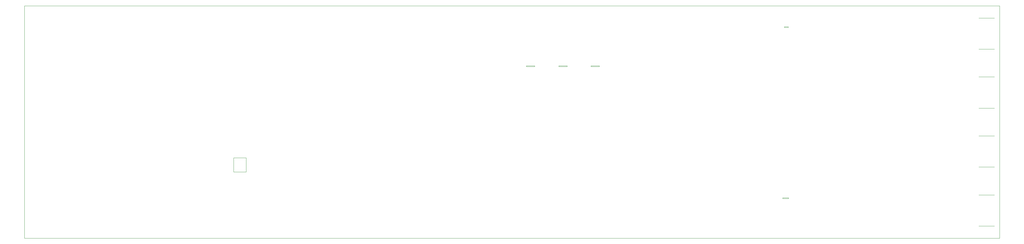
<source format=gtp>
*%FSLAX23Y23*%
*%MOIN*%
G01*
D11*
X4162Y5737D02*
X15879D01*
Y8532D02*
X4162D01*
Y5737D01*
X15879D02*
Y8532D01*
D26*
X13521Y7696D02*
D03*
X13481D02*
D03*
X13442D02*
D03*
X13403D02*
D03*
X13363Y7696D02*
D03*
X13324D02*
D03*
X13284D02*
D03*
X13245D02*
D03*
X13206D02*
D03*
X13166D02*
D03*
X13127D02*
D03*
X13088D02*
D03*
X13048D02*
D03*
X13009D02*
D03*
X12969D02*
D03*
X12930D02*
D03*
X12891D02*
D03*
X12851D02*
D03*
X12812D02*
D03*
X12773D02*
D03*
X12733D02*
D03*
X12694D02*
D03*
X12654D02*
D03*
X12615D02*
D03*
X13560Y7656D02*
D03*
X13521Y7656D02*
D03*
X13481D02*
D03*
X13442D02*
D03*
X13403D02*
D03*
X13363Y7656D02*
D03*
X13324D02*
D03*
X13284D02*
D03*
X13245D02*
D03*
X13206D02*
D03*
X13166D02*
D03*
X13127D02*
D03*
X13088D02*
D03*
X13048D02*
D03*
X13009D02*
D03*
X12969D02*
D03*
X12930D02*
D03*
X12891D02*
D03*
X12851D02*
D03*
X12812D02*
D03*
X12773D02*
D03*
X12733D02*
D03*
X12694D02*
D03*
X12654D02*
D03*
X12615D02*
D03*
X12576D02*
D03*
X13560Y7617D02*
D03*
X13521Y7617D02*
D03*
X13481D02*
D03*
X13442D02*
D03*
X13403D02*
D03*
X13363Y7617D02*
D03*
X13324D02*
D03*
X13284D02*
D03*
X13245D02*
D03*
X13206D02*
D03*
X13166D02*
D03*
X13127D02*
D03*
X13088D02*
D03*
X13048D02*
D03*
X13009D02*
D03*
X12969D02*
D03*
X12930D02*
D03*
X12891D02*
D03*
X12851D02*
D03*
X12812D02*
D03*
X12773D02*
D03*
X12733D02*
D03*
X12694D02*
D03*
X12654D02*
D03*
X12615D02*
D03*
X12576D02*
D03*
X13560Y7577D02*
D03*
X13521Y7577D02*
D03*
X13481D02*
D03*
X13442D02*
D03*
X13403D02*
D03*
X13363Y7577D02*
D03*
X13324D02*
D03*
X13284D02*
D03*
X13245D02*
D03*
X13206D02*
D03*
X13166D02*
D03*
X13127D02*
D03*
X13088D02*
D03*
X13048D02*
D03*
X13009D02*
D03*
X12969D02*
D03*
X12930D02*
D03*
X12891D02*
D03*
X12851D02*
D03*
X12812D02*
D03*
X12773D02*
D03*
X12733D02*
D03*
X12694D02*
D03*
X12654D02*
D03*
X12615D02*
D03*
X12576D02*
D03*
X13560Y7538D02*
D03*
X13521Y7538D02*
D03*
X13481D02*
D03*
X13442D02*
D03*
X13403D02*
D03*
X13363Y7538D02*
D03*
X13324D02*
D03*
X13284D02*
D03*
X13245D02*
D03*
X13206D02*
D03*
X13166D02*
D03*
X13127D02*
D03*
X13088D02*
D03*
X13048D02*
D03*
X13009D02*
D03*
X12969D02*
D03*
X12930D02*
D03*
X12891D02*
D03*
X12851D02*
D03*
X12812D02*
D03*
X12773D02*
D03*
X12733D02*
D03*
X12694D02*
D03*
X12654D02*
D03*
X12615D02*
D03*
X12576D02*
D03*
X13560Y7499D02*
D03*
X13521Y7499D02*
D03*
X13481D02*
D03*
X13442D02*
D03*
X13403D02*
D03*
X13363Y7499D02*
D03*
X13324D02*
D03*
X13284D02*
D03*
X13245D02*
D03*
X13206D02*
D03*
X13166D02*
D03*
X13127D02*
D03*
X13088D02*
D03*
X13048D02*
D03*
X13009D02*
D03*
X12969D02*
D03*
X12930D02*
D03*
X12891D02*
D03*
X12851D02*
D03*
X12733D02*
D03*
X12812D02*
D03*
X12773D02*
D03*
X12694D02*
D03*
X12654D02*
D03*
X12615D02*
D03*
X12576D02*
D03*
X13560Y7459D02*
D03*
X13521Y7459D02*
D03*
X13481D02*
D03*
X13442D02*
D03*
X13403D02*
D03*
X13363Y7459D02*
D03*
X13324D02*
D03*
X13284D02*
D03*
X13245D02*
D03*
X13206D02*
D03*
X13166D02*
D03*
X13127D02*
D03*
X13088D02*
D03*
X13048D02*
D03*
X13009D02*
D03*
X12969D02*
D03*
X12930D02*
D03*
X12891D02*
D03*
X12851D02*
D03*
X12812D02*
D03*
X12773D02*
D03*
X12733D02*
D03*
X12694D02*
D03*
X12654D02*
D03*
X12615D02*
D03*
X12576D02*
D03*
X13560Y7420D02*
D03*
X13521Y7420D02*
D03*
X13481D02*
D03*
X13442D02*
D03*
X13403D02*
D03*
X13363Y7420D02*
D03*
X13324D02*
D03*
X13284D02*
D03*
X13245D02*
D03*
X13206D02*
D03*
X13166D02*
D03*
X13127D02*
D03*
X13088D02*
D03*
X13048D02*
D03*
X13009D02*
D03*
X12969D02*
D03*
X12930D02*
D03*
X12891D02*
D03*
X12812D02*
D03*
X12851D02*
D03*
X12773D02*
D03*
X12733D02*
D03*
X12694D02*
D03*
X12654D02*
D03*
X12615D02*
D03*
X12576D02*
D03*
X13560Y7381D02*
D03*
X13521Y7381D02*
D03*
X13481D02*
D03*
X13442D02*
D03*
X13403D02*
D03*
X13363Y7381D02*
D03*
X13324D02*
D03*
X13284D02*
D03*
X13245D02*
D03*
X13206D02*
D03*
X13166D02*
D03*
X13127D02*
D03*
X13088D02*
D03*
X13048D02*
D03*
X13009D02*
D03*
X12969D02*
D03*
X12930D02*
D03*
X12891D02*
D03*
X12851D02*
D03*
X12812D02*
D03*
X12773D02*
D03*
X12733D02*
D03*
X12694D02*
D03*
X12654D02*
D03*
X12615D02*
D03*
X12576D02*
D03*
X13166Y7341D02*
D03*
X13127D02*
D03*
X13088D02*
D03*
X13048D02*
D03*
X13009D02*
D03*
X12969D02*
D03*
X12930D02*
D03*
X12891D02*
D03*
X12851D02*
D03*
X12812D02*
D03*
X12773D02*
D03*
X12733D02*
D03*
X12694D02*
D03*
X12654D02*
D03*
X12615D02*
D03*
X12576D02*
D03*
X13560D02*
D03*
X13521Y7341D02*
D03*
X13481D02*
D03*
X13403D02*
D03*
X13442D02*
D03*
X13363Y7341D02*
D03*
X13324D02*
D03*
X13284D02*
D03*
X13245D02*
D03*
X13206D02*
D03*
X13560Y7302D02*
D03*
X13521Y7302D02*
D03*
X13481D02*
D03*
X13442D02*
D03*
X13403D02*
D03*
X13363Y7302D02*
D03*
X13324D02*
D03*
X13284D02*
D03*
X13245D02*
D03*
X13206D02*
D03*
X13166D02*
D03*
X13127D02*
D03*
X13088D02*
D03*
X13048D02*
D03*
X13009D02*
D03*
X12969D02*
D03*
X12930D02*
D03*
X12891D02*
D03*
X12851D02*
D03*
X12812D02*
D03*
X12773D02*
D03*
X12733D02*
D03*
X12694D02*
D03*
X12654D02*
D03*
X12615D02*
D03*
X12576D02*
D03*
Y7262D02*
D03*
X12615D02*
D03*
X12654D02*
D03*
X12694D02*
D03*
X12733D02*
D03*
X12773D02*
D03*
X12812D02*
D03*
X12851D02*
D03*
X12891D02*
D03*
X12930D02*
D03*
X12969D02*
D03*
X13009D02*
D03*
X13048D02*
D03*
X13088D02*
D03*
X13127D02*
D03*
X13166D02*
D03*
X13206D02*
D03*
X13245D02*
D03*
X13284D02*
D03*
X13324D02*
D03*
X13363D02*
D03*
X13403Y7262D02*
D03*
X13442D02*
D03*
X13481D02*
D03*
X13560Y7262D02*
D03*
X13521Y7262D02*
D03*
X13560Y7223D02*
D03*
X13521Y7223D02*
D03*
X13481D02*
D03*
X13442D02*
D03*
X13403D02*
D03*
X13363Y7223D02*
D03*
X13324D02*
D03*
X13284D02*
D03*
X13245D02*
D03*
X13206D02*
D03*
X13166D02*
D03*
X13127D02*
D03*
X13088D02*
D03*
X13048D02*
D03*
X13009D02*
D03*
X12969D02*
D03*
X12930D02*
D03*
X12891D02*
D03*
X12851D02*
D03*
X12812D02*
D03*
X12773D02*
D03*
X12733D02*
D03*
X12694D02*
D03*
X12654D02*
D03*
X12615D02*
D03*
X12576D02*
D03*
Y7184D02*
D03*
X12615D02*
D03*
X12654D02*
D03*
X12694D02*
D03*
X12733D02*
D03*
X12773D02*
D03*
X12812D02*
D03*
X12851D02*
D03*
X12891D02*
D03*
X12930D02*
D03*
X12969D02*
D03*
X13009D02*
D03*
X13048D02*
D03*
X13088D02*
D03*
X13127D02*
D03*
X13166D02*
D03*
X13206D02*
D03*
X13245D02*
D03*
X13284D02*
D03*
X13324D02*
D03*
X13363D02*
D03*
X13403Y7184D02*
D03*
X13442D02*
D03*
X13481D02*
D03*
X13521D02*
D03*
X13560Y7184D02*
D03*
Y7144D02*
D03*
X13521Y7144D02*
D03*
X13481D02*
D03*
X13442D02*
D03*
X13403D02*
D03*
X13363Y7144D02*
D03*
X13324D02*
D03*
X13284D02*
D03*
X13245D02*
D03*
X13206D02*
D03*
X13166D02*
D03*
X13127D02*
D03*
X13088D02*
D03*
X13048D02*
D03*
X13009D02*
D03*
X12969D02*
D03*
X12930D02*
D03*
X12891D02*
D03*
X12851D02*
D03*
X12812D02*
D03*
X12773D02*
D03*
X12733D02*
D03*
X12694D02*
D03*
X12654D02*
D03*
X12615D02*
D03*
X12576D02*
D03*
Y7105D02*
D03*
X12615D02*
D03*
X12654D02*
D03*
X12694D02*
D03*
X12733D02*
D03*
X12773D02*
D03*
X12812D02*
D03*
X12851D02*
D03*
X12891D02*
D03*
X12930D02*
D03*
X13009D02*
D03*
X13048D02*
D03*
X13088D02*
D03*
X13127D02*
D03*
X13166D02*
D03*
X13206D02*
D03*
X13245D02*
D03*
X13284D02*
D03*
X13324D02*
D03*
X13363D02*
D03*
X13403Y7105D02*
D03*
X13442D02*
D03*
X13481D02*
D03*
X13521D02*
D03*
X13560Y7105D02*
D03*
Y7066D02*
D03*
X13521Y7066D02*
D03*
X13481D02*
D03*
X13442D02*
D03*
X13403D02*
D03*
X13363Y7066D02*
D03*
X13324D02*
D03*
X13284D02*
D03*
X13245D02*
D03*
X13206D02*
D03*
X13166D02*
D03*
X13127D02*
D03*
X13088D02*
D03*
X13048D02*
D03*
X13009D02*
D03*
X12969D02*
D03*
X12930D02*
D03*
X12891D02*
D03*
X12851D02*
D03*
X12812D02*
D03*
X12773D02*
D03*
X12733D02*
D03*
X12694D02*
D03*
X12654D02*
D03*
X12615D02*
D03*
X12576D02*
D03*
Y7026D02*
D03*
X12615D02*
D03*
X12654D02*
D03*
X12694D02*
D03*
X12733D02*
D03*
X12773D02*
D03*
X12812D02*
D03*
X12851D02*
D03*
X12891D02*
D03*
X12930D02*
D03*
X12969D02*
D03*
X13009D02*
D03*
X13048D02*
D03*
X13088D02*
D03*
X13127D02*
D03*
X13166D02*
D03*
X13206D02*
D03*
X13245D02*
D03*
X13284D02*
D03*
X13324D02*
D03*
X13363D02*
D03*
X13403Y7026D02*
D03*
X13442D02*
D03*
X13481D02*
D03*
X13521D02*
D03*
X13560Y7026D02*
D03*
Y6987D02*
D03*
X13521Y6987D02*
D03*
X13481D02*
D03*
X13442D02*
D03*
X13403D02*
D03*
X13363Y6987D02*
D03*
X13324D02*
D03*
X13284D02*
D03*
X13245D02*
D03*
X13206D02*
D03*
X13166D02*
D03*
X13127D02*
D03*
X13088D02*
D03*
X13048D02*
D03*
X13009D02*
D03*
X12969D02*
D03*
X12930D02*
D03*
X12891D02*
D03*
X12851D02*
D03*
X12812D02*
D03*
X12773D02*
D03*
X12733D02*
D03*
X12694D02*
D03*
X12654D02*
D03*
X12615D02*
D03*
X12576D02*
D03*
Y6947D02*
D03*
X12615D02*
D03*
X12654D02*
D03*
X12694D02*
D03*
X12733D02*
D03*
X12773D02*
D03*
X12812D02*
D03*
X12851D02*
D03*
X12891D02*
D03*
X12930D02*
D03*
X12969D02*
D03*
X13009D02*
D03*
X13048D02*
D03*
X13088D02*
D03*
X13127D02*
D03*
X13166D02*
D03*
X13560D02*
D03*
X13521Y6947D02*
D03*
X13481D02*
D03*
X13442D02*
D03*
X13403D02*
D03*
X13363Y6947D02*
D03*
X13324D02*
D03*
X13284D02*
D03*
X13245D02*
D03*
X13206D02*
D03*
X13560Y6908D02*
D03*
X13521Y6908D02*
D03*
X13481D02*
D03*
X13442D02*
D03*
X13403D02*
D03*
X13363Y6908D02*
D03*
X13324D02*
D03*
X13284D02*
D03*
X13245D02*
D03*
X13206D02*
D03*
X13166D02*
D03*
X13127D02*
D03*
X13088D02*
D03*
X13048D02*
D03*
X13009D02*
D03*
X12969D02*
D03*
X12930D02*
D03*
X12891D02*
D03*
X12851D02*
D03*
X12812D02*
D03*
X12773D02*
D03*
X12733D02*
D03*
X12694D02*
D03*
X12654D02*
D03*
X12615D02*
D03*
X12576D02*
D03*
Y6869D02*
D03*
X12615D02*
D03*
X12654D02*
D03*
X12694D02*
D03*
X12733D02*
D03*
X12773D02*
D03*
X12812D02*
D03*
X12851D02*
D03*
X12891D02*
D03*
X12930D02*
D03*
X12969D02*
D03*
X13009D02*
D03*
X13048D02*
D03*
X13088D02*
D03*
X13127D02*
D03*
X13166D02*
D03*
X13206D02*
D03*
X13245D02*
D03*
X13284D02*
D03*
X13324D02*
D03*
X13363D02*
D03*
X13403Y6869D02*
D03*
X13442D02*
D03*
X13481D02*
D03*
X13560Y6869D02*
D03*
X13521Y6869D02*
D03*
X13560Y6829D02*
D03*
X13521Y6829D02*
D03*
X13481D02*
D03*
X13442D02*
D03*
X13403D02*
D03*
X13363Y6829D02*
D03*
X13324D02*
D03*
X13284D02*
D03*
X13245D02*
D03*
X13206D02*
D03*
X13166D02*
D03*
X13127D02*
D03*
X13088D02*
D03*
X13048D02*
D03*
X13009D02*
D03*
X12969D02*
D03*
X12930D02*
D03*
X12891D02*
D03*
X12851D02*
D03*
X12812D02*
D03*
X12773D02*
D03*
X12733D02*
D03*
X12694D02*
D03*
X12654D02*
D03*
X12615D02*
D03*
X12576D02*
D03*
Y6790D02*
D03*
X12615D02*
D03*
X12654D02*
D03*
X12694D02*
D03*
X12733D02*
D03*
X12773D02*
D03*
X12812D02*
D03*
X12851D02*
D03*
X12891D02*
D03*
X12930D02*
D03*
X12969D02*
D03*
X13009D02*
D03*
X13048D02*
D03*
X13088D02*
D03*
X13127D02*
D03*
X13166D02*
D03*
X13206D02*
D03*
X13245D02*
D03*
X13284D02*
D03*
X13324D02*
D03*
X13363D02*
D03*
X13403Y6790D02*
D03*
X13442D02*
D03*
X13481D02*
D03*
X13521D02*
D03*
X13560Y6790D02*
D03*
Y6751D02*
D03*
X13521Y6751D02*
D03*
X13481D02*
D03*
X13442D02*
D03*
X13403D02*
D03*
X13363Y6751D02*
D03*
X13324D02*
D03*
X13284D02*
D03*
X13245D02*
D03*
X13206D02*
D03*
X13166D02*
D03*
X13127D02*
D03*
X13088D02*
D03*
X13048D02*
D03*
X13009D02*
D03*
X12969D02*
D03*
X12930D02*
D03*
X12891D02*
D03*
X12851D02*
D03*
X12812D02*
D03*
X12773D02*
D03*
X12733D02*
D03*
X12694D02*
D03*
X12654D02*
D03*
X12615D02*
D03*
X12576D02*
D03*
X12615Y6711D02*
D03*
X12654D02*
D03*
X12694D02*
D03*
X12733D02*
D03*
X12773D02*
D03*
X12812D02*
D03*
X12851D02*
D03*
X12891D02*
D03*
X12930D02*
D03*
X12969D02*
D03*
X13009D02*
D03*
X13048D02*
D03*
X13088D02*
D03*
X13127D02*
D03*
X13166D02*
D03*
X13206D02*
D03*
X13245D02*
D03*
X13284D02*
D03*
X13324D02*
D03*
X13363D02*
D03*
X13403Y6711D02*
D03*
X12969Y7105D02*
D03*
X13442Y6711D02*
D03*
X13481D02*
D03*
X13521D02*
D03*
X12576Y7696D02*
D03*
X12536D02*
D03*
X12497D02*
D03*
X12458D02*
D03*
X12536Y7656D02*
D03*
X12497D02*
D03*
X12458D02*
D03*
X12418D02*
D03*
X13560Y6711D02*
D03*
Y6672D02*
D03*
Y6633D02*
D03*
Y6593D02*
D03*
X13521Y6672D02*
D03*
Y6633D02*
D03*
Y6593D02*
D03*
Y6554D02*
D03*
X13481Y6672D02*
D03*
Y6633D02*
D03*
Y6593D02*
D03*
Y6554D02*
D03*
X13442Y6672D02*
D03*
Y6633D02*
D03*
Y6593D02*
D03*
Y6554D02*
D03*
X13403Y6672D02*
D03*
Y6633D02*
D03*
Y6593D02*
D03*
Y6554D02*
D03*
X13363Y6672D02*
D03*
Y6633D02*
D03*
Y6593D02*
D03*
Y6554D02*
D03*
X13324Y6672D02*
D03*
Y6633D02*
D03*
Y6593D02*
D03*
Y6554D02*
D03*
X13284Y6672D02*
D03*
Y6633D02*
D03*
Y6593D02*
D03*
Y6554D02*
D03*
X13245Y6672D02*
D03*
Y6633D02*
D03*
Y6593D02*
D03*
Y6554D02*
D03*
X13206Y6672D02*
D03*
Y6633D02*
D03*
Y6593D02*
D03*
Y6554D02*
D03*
X13166Y6672D02*
D03*
Y6633D02*
D03*
Y6593D02*
D03*
Y6554D02*
D03*
X13127Y6672D02*
D03*
Y6633D02*
D03*
Y6593D02*
D03*
Y6554D02*
D03*
X13088Y6672D02*
D03*
Y6633D02*
D03*
Y6593D02*
D03*
Y6554D02*
D03*
X13048Y6672D02*
D03*
Y6633D02*
D03*
Y6593D02*
D03*
Y6554D02*
D03*
X13009Y6672D02*
D03*
Y6593D02*
D03*
Y6554D02*
D03*
X12969Y6672D02*
D03*
X13009Y6633D02*
D03*
X12969D02*
D03*
Y6593D02*
D03*
Y6554D02*
D03*
X12930Y6672D02*
D03*
Y6633D02*
D03*
Y6593D02*
D03*
Y6554D02*
D03*
X12891Y6672D02*
D03*
Y6633D02*
D03*
Y6593D02*
D03*
Y6554D02*
D03*
X12851Y6672D02*
D03*
Y6633D02*
D03*
Y6593D02*
D03*
Y6554D02*
D03*
X12812Y6672D02*
D03*
Y6633D02*
D03*
Y6593D02*
D03*
Y6554D02*
D03*
X12773Y6672D02*
D03*
Y6633D02*
D03*
Y6593D02*
D03*
Y6554D02*
D03*
X12733Y6672D02*
D03*
Y6633D02*
D03*
Y6593D02*
D03*
Y6554D02*
D03*
X12694Y6672D02*
D03*
Y6633D02*
D03*
Y6593D02*
D03*
Y6554D02*
D03*
X12654Y6672D02*
D03*
Y6633D02*
D03*
Y6593D02*
D03*
Y6554D02*
D03*
X12615Y6672D02*
D03*
Y6633D02*
D03*
Y6593D02*
D03*
Y6554D02*
D03*
X12576Y6672D02*
D03*
Y6633D02*
D03*
Y6593D02*
D03*
Y6554D02*
D03*
X12536Y6672D02*
D03*
Y6633D02*
D03*
Y6593D02*
D03*
Y6554D02*
D03*
X12497Y6672D02*
D03*
Y6633D02*
D03*
Y6593D02*
D03*
Y6554D02*
D03*
X12458Y6672D02*
D03*
Y6633D02*
D03*
Y6593D02*
D03*
Y6554D02*
D03*
X12418Y6672D02*
D03*
Y6633D02*
D03*
Y6593D02*
D03*
X12536Y7617D02*
D03*
Y7577D02*
D03*
Y7538D02*
D03*
Y7499D02*
D03*
Y7459D02*
D03*
Y7420D02*
D03*
Y7381D02*
D03*
Y7341D02*
D03*
Y7302D02*
D03*
X12497Y7617D02*
D03*
Y7577D02*
D03*
Y7538D02*
D03*
Y7499D02*
D03*
Y7459D02*
D03*
Y7420D02*
D03*
Y7381D02*
D03*
Y7341D02*
D03*
Y7302D02*
D03*
X12458Y7617D02*
D03*
Y7577D02*
D03*
Y7538D02*
D03*
Y7499D02*
D03*
Y7459D02*
D03*
Y7420D02*
D03*
Y7381D02*
D03*
Y7341D02*
D03*
Y7302D02*
D03*
X12418Y7617D02*
D03*
Y7577D02*
D03*
Y7538D02*
D03*
Y7499D02*
D03*
Y7459D02*
D03*
Y7420D02*
D03*
Y7381D02*
D03*
Y7341D02*
D03*
Y7302D02*
D03*
X12536Y7262D02*
D03*
X12497D02*
D03*
X12458D02*
D03*
X12418D02*
D03*
X12536Y7223D02*
D03*
X12497D02*
D03*
X12458D02*
D03*
X12418D02*
D03*
X12536Y7184D02*
D03*
X12497D02*
D03*
X12458D02*
D03*
X12418D02*
D03*
X12536Y7144D02*
D03*
X12497D02*
D03*
X12458D02*
D03*
X12418D02*
D03*
X12497Y7105D02*
D03*
X12536D02*
D03*
X12458D02*
D03*
X12418D02*
D03*
X12536Y7066D02*
D03*
X12497D02*
D03*
X12458D02*
D03*
X12418D02*
D03*
X12536Y7026D02*
D03*
X12497D02*
D03*
X12458D02*
D03*
X12418D02*
D03*
X12536Y6987D02*
D03*
X12497D02*
D03*
X12458D02*
D03*
X12418D02*
D03*
X12536Y6947D02*
D03*
X12497D02*
D03*
X12458D02*
D03*
X12418D02*
D03*
X12536Y6908D02*
D03*
X12497D02*
D03*
X12458D02*
D03*
X12418D02*
D03*
X12536Y6869D02*
D03*
X12497D02*
D03*
X12458D02*
D03*
X12418D02*
D03*
X12536Y6829D02*
D03*
X12497D02*
D03*
X12458D02*
D03*
X12418D02*
D03*
X12536Y6790D02*
D03*
X12497D02*
D03*
X12458D02*
D03*
X12418D02*
D03*
X12536Y6751D02*
D03*
X12497D02*
D03*
X12458D02*
D03*
X12418D02*
D03*
X12576Y6711D02*
D03*
X12536D02*
D03*
X12497D02*
D03*
X12458D02*
D03*
X12418D02*
D03*
X12737Y8377D02*
D03*
Y8337D02*
D03*
Y8298D02*
D03*
Y8258D02*
D03*
Y8219D02*
D03*
Y8180D02*
D03*
Y8140D02*
D03*
Y8101D02*
D03*
Y8022D02*
D03*
Y7983D02*
D03*
X12698Y8377D02*
D03*
Y8337D02*
D03*
Y8298D02*
D03*
Y8258D02*
D03*
Y8219D02*
D03*
Y8180D02*
D03*
Y8140D02*
D03*
Y8101D02*
D03*
Y8062D02*
D03*
Y7983D02*
D03*
X12737Y8062D02*
D03*
X12658Y8377D02*
D03*
Y8337D02*
D03*
Y8298D02*
D03*
Y8258D02*
D03*
Y8219D02*
D03*
Y8180D02*
D03*
Y8140D02*
D03*
Y8101D02*
D03*
Y8062D02*
D03*
Y8022D02*
D03*
Y7983D02*
D03*
X12698Y8022D02*
D03*
X12619Y7983D02*
D03*
Y8022D02*
D03*
Y8062D02*
D03*
Y8101D02*
D03*
Y8140D02*
D03*
Y8180D02*
D03*
Y8219D02*
D03*
Y8258D02*
D03*
Y8298D02*
D03*
Y8337D02*
D03*
Y8377D02*
D03*
X12580D02*
D03*
Y8337D02*
D03*
Y8298D02*
D03*
Y8258D02*
D03*
Y8219D02*
D03*
Y8180D02*
D03*
Y8140D02*
D03*
Y8101D02*
D03*
Y8062D02*
D03*
Y8022D02*
D03*
Y7983D02*
D03*
X12540Y7983D02*
D03*
Y8022D02*
D03*
Y8062D02*
D03*
Y8101D02*
D03*
Y8140D02*
D03*
Y8180D02*
D03*
Y8219D02*
D03*
Y8258D02*
D03*
Y8298D02*
D03*
Y8337D02*
D03*
Y8377D02*
D03*
X12501D02*
D03*
Y8337D02*
D03*
Y8298D02*
D03*
Y8258D02*
D03*
Y8219D02*
D03*
Y8180D02*
D03*
Y8140D02*
D03*
Y8101D02*
D03*
Y8062D02*
D03*
Y8022D02*
D03*
Y7983D02*
D03*
X12462D02*
D03*
Y8022D02*
D03*
Y8062D02*
D03*
Y8101D02*
D03*
Y8140D02*
D03*
Y8180D02*
D03*
Y8219D02*
D03*
Y8258D02*
D03*
Y8298D02*
D03*
Y8337D02*
D03*
Y8377D02*
D03*
X12422D02*
D03*
Y8337D02*
D03*
Y8298D02*
D03*
Y8258D02*
D03*
Y8219D02*
D03*
Y8180D02*
D03*
Y8140D02*
D03*
Y8101D02*
D03*
Y8062D02*
D03*
Y8022D02*
D03*
Y7983D02*
D03*
X12383D02*
D03*
X12343D02*
D03*
X12304D02*
D03*
X12265D02*
D03*
X12225D02*
D03*
X12186D02*
D03*
Y8022D02*
D03*
X12225D02*
D03*
X12265D02*
D03*
X12304D02*
D03*
X12343D02*
D03*
X12383D02*
D03*
Y8062D02*
D03*
X12343D02*
D03*
X12304D02*
D03*
X12265D02*
D03*
X12225D02*
D03*
X12186D02*
D03*
Y8101D02*
D03*
X12225D02*
D03*
X12265D02*
D03*
X12304D02*
D03*
X12343D02*
D03*
X12383Y8140D02*
D03*
X12343D02*
D03*
X12304D02*
D03*
X12265D02*
D03*
X12225D02*
D03*
X12186D02*
D03*
Y8180D02*
D03*
X12225D02*
D03*
X12265D02*
D03*
X12304D02*
D03*
X12343D02*
D03*
X12383D02*
D03*
Y8219D02*
D03*
X12343D02*
D03*
X12304D02*
D03*
X12265D02*
D03*
X12225D02*
D03*
X12186D02*
D03*
Y8258D02*
D03*
X12225D02*
D03*
X12265D02*
D03*
X12304D02*
D03*
X12343D02*
D03*
X12383D02*
D03*
Y8298D02*
D03*
X12343D02*
D03*
X12304D02*
D03*
X12265D02*
D03*
X12225D02*
D03*
X12186D02*
D03*
Y8337D02*
D03*
X12225D02*
D03*
X12265D02*
D03*
X12304D02*
D03*
X12343D02*
D03*
X12383D02*
D03*
Y8377D02*
D03*
X12343D02*
D03*
X12304D02*
D03*
X12265D02*
D03*
X12225D02*
D03*
X12186D02*
D03*
X12383Y8101D02*
D03*
X11993Y8381D02*
D03*
Y8341D02*
D03*
Y8302D02*
D03*
Y8262D02*
D03*
Y8223D02*
D03*
Y8184D02*
D03*
Y8144D02*
D03*
Y8105D02*
D03*
Y8026D02*
D03*
Y7987D02*
D03*
X11954Y8381D02*
D03*
Y8341D02*
D03*
Y8302D02*
D03*
Y8262D02*
D03*
Y8223D02*
D03*
Y8184D02*
D03*
Y8144D02*
D03*
Y8105D02*
D03*
Y8066D02*
D03*
Y7987D02*
D03*
X11993Y8066D02*
D03*
X11914Y8381D02*
D03*
Y8341D02*
D03*
Y8302D02*
D03*
Y8262D02*
D03*
Y8223D02*
D03*
Y8184D02*
D03*
Y8144D02*
D03*
Y8105D02*
D03*
Y8066D02*
D03*
Y8026D02*
D03*
Y7987D02*
D03*
X11954Y8026D02*
D03*
X11875Y7987D02*
D03*
Y8026D02*
D03*
Y8066D02*
D03*
Y8105D02*
D03*
Y8144D02*
D03*
Y8184D02*
D03*
Y8223D02*
D03*
Y8262D02*
D03*
Y8302D02*
D03*
Y8341D02*
D03*
Y8381D02*
D03*
X11836D02*
D03*
Y8341D02*
D03*
Y8302D02*
D03*
Y8262D02*
D03*
Y8223D02*
D03*
Y8184D02*
D03*
Y8144D02*
D03*
Y8105D02*
D03*
Y8066D02*
D03*
Y8026D02*
D03*
Y7987D02*
D03*
X11796Y7987D02*
D03*
Y8026D02*
D03*
Y8066D02*
D03*
Y8105D02*
D03*
Y8144D02*
D03*
Y8184D02*
D03*
Y8223D02*
D03*
Y8262D02*
D03*
Y8302D02*
D03*
Y8341D02*
D03*
Y8381D02*
D03*
X11757D02*
D03*
Y8341D02*
D03*
Y8302D02*
D03*
Y8262D02*
D03*
Y8223D02*
D03*
Y8184D02*
D03*
Y8144D02*
D03*
Y8105D02*
D03*
Y8066D02*
D03*
Y8026D02*
D03*
Y7987D02*
D03*
X11717D02*
D03*
Y8026D02*
D03*
Y8066D02*
D03*
Y8105D02*
D03*
Y8144D02*
D03*
Y8184D02*
D03*
Y8223D02*
D03*
Y8262D02*
D03*
Y8302D02*
D03*
Y8341D02*
D03*
Y8381D02*
D03*
X11678D02*
D03*
Y8341D02*
D03*
Y8302D02*
D03*
Y8262D02*
D03*
Y8223D02*
D03*
Y8184D02*
D03*
Y8144D02*
D03*
Y8105D02*
D03*
Y8066D02*
D03*
Y8026D02*
D03*
Y7987D02*
D03*
X11639D02*
D03*
X11599D02*
D03*
X11560D02*
D03*
X11521D02*
D03*
X11481D02*
D03*
X11442D02*
D03*
Y8026D02*
D03*
X11481D02*
D03*
X11521D02*
D03*
X11560D02*
D03*
X11599D02*
D03*
X11639D02*
D03*
Y8066D02*
D03*
X11599D02*
D03*
X11560D02*
D03*
X11521D02*
D03*
X11481D02*
D03*
X11442D02*
D03*
Y8105D02*
D03*
X11481D02*
D03*
X11521D02*
D03*
X11560D02*
D03*
X11599D02*
D03*
X11639Y8144D02*
D03*
X11599D02*
D03*
X11560D02*
D03*
X11521D02*
D03*
X11481D02*
D03*
X11442D02*
D03*
Y8184D02*
D03*
X11481D02*
D03*
X11521D02*
D03*
X11560D02*
D03*
X11599D02*
D03*
X11639D02*
D03*
Y8223D02*
D03*
X11599D02*
D03*
X11560D02*
D03*
X11521D02*
D03*
X11481D02*
D03*
X11442D02*
D03*
Y8262D02*
D03*
X11481D02*
D03*
X11521D02*
D03*
X11560D02*
D03*
X11599D02*
D03*
X11639D02*
D03*
Y8302D02*
D03*
X11599D02*
D03*
X11560D02*
D03*
X11521D02*
D03*
X11481D02*
D03*
X11442D02*
D03*
Y8341D02*
D03*
X11481D02*
D03*
X11521D02*
D03*
X11560D02*
D03*
X11599D02*
D03*
X11639D02*
D03*
Y8381D02*
D03*
X11599D02*
D03*
X11560D02*
D03*
X11521D02*
D03*
X11481D02*
D03*
X11442D02*
D03*
X11639Y8105D02*
D03*
D67*
X14556Y8173D02*
D03*
Y7463D02*
D03*
Y6755D02*
D03*
Y6046D02*
D03*
X11387Y7396D02*
D03*
Y6904D02*
D03*
X10013Y6643D02*
D03*
D91*
X9322Y6122D02*
D03*
X9354D02*
D03*
X9385D02*
D03*
X9417D02*
D03*
X9448D02*
D03*
X9480D02*
D03*
X9511D02*
D03*
X9543D02*
D03*
X9541Y6457D02*
D03*
X9509D02*
D03*
X9478D02*
D03*
X9446D02*
D03*
X9415D02*
D03*
X9383D02*
D03*
X9352D02*
D03*
X9320D02*
D03*
D92*
X11086Y7189D02*
D03*
X11112D02*
D03*
X11137D02*
D03*
X11163D02*
D03*
X11188D02*
D03*
X11214D02*
D03*
X11240D02*
D03*
X11265D02*
D03*
Y7441D02*
D03*
X11240D02*
D03*
X11214D02*
D03*
X11188D02*
D03*
X11163D02*
D03*
X11137D02*
D03*
X11112D02*
D03*
X11086D02*
D03*
Y6711D02*
D03*
X11112D02*
D03*
X11137D02*
D03*
X11163D02*
D03*
X11188D02*
D03*
X11214D02*
D03*
X11240D02*
D03*
X11265D02*
D03*
Y6963D02*
D03*
X11240D02*
D03*
X11214D02*
D03*
X11188D02*
D03*
X11163D02*
D03*
X11137D02*
D03*
X11112D02*
D03*
X11086D02*
D03*
D95*
X10190Y7035D02*
D03*
X10150D02*
D03*
X10111D02*
D03*
X10072D02*
D03*
X10032D02*
D03*
X9993D02*
D03*
X9953D02*
D03*
X9914D02*
D03*
X9875D02*
D03*
X9835D02*
D03*
X9796D02*
D03*
X9757D02*
D03*
X9717D02*
D03*
X9678D02*
D03*
X10229D02*
D03*
X9638D02*
D03*
X9599D02*
D03*
X9560D02*
D03*
X9521D02*
D03*
X9481D02*
D03*
X9442D02*
D03*
X9403D02*
D03*
X9363D02*
D03*
X9324D02*
D03*
X9284D02*
D03*
X9245D02*
D03*
X9206D02*
D03*
X9166D02*
D03*
X9127D02*
D03*
X9088D02*
D03*
D102*
X15116Y8458D02*
D03*
X15186D02*
D03*
X15306D02*
D03*
X15236D02*
D03*
X14861Y8108D02*
D03*
X14931D02*
D03*
Y8018D02*
D03*
X14861D02*
D03*
X14931Y7958D02*
D03*
X14861D02*
D03*
X14861Y8278D02*
D03*
X14931D02*
D03*
X14861Y8188D02*
D03*
X14931D02*
D03*
X15251Y8018D02*
D03*
X15181D02*
D03*
X14861Y8338D02*
D03*
X14931D02*
D03*
Y7628D02*
D03*
X14861D02*
D03*
X15181Y7308D02*
D03*
X15251D02*
D03*
X14931Y7478D02*
D03*
X14861D02*
D03*
X14931Y7568D02*
D03*
X14861D02*
D03*
X14861Y7248D02*
D03*
X14931D02*
D03*
X14861Y7308D02*
D03*
X14931D02*
D03*
Y7398D02*
D03*
X14861D02*
D03*
X15236Y7748D02*
D03*
X15306D02*
D03*
X15186D02*
D03*
X15116D02*
D03*
X14861Y6920D02*
D03*
X14931D02*
D03*
X14861Y6860D02*
D03*
X14931D02*
D03*
X15306Y7040D02*
D03*
X15236D02*
D03*
X15116D02*
D03*
X15186D02*
D03*
X15251Y6600D02*
D03*
X15181D02*
D03*
X14861Y6770D02*
D03*
X14931D02*
D03*
Y6536D02*
D03*
X14861D02*
D03*
X14931Y6600D02*
D03*
X14861D02*
D03*
Y6690D02*
D03*
X14931D02*
D03*
X14861Y6211D02*
D03*
X14931D02*
D03*
X15251Y5891D02*
D03*
X15181D02*
D03*
X14861Y6061D02*
D03*
X14931D02*
D03*
X14861Y6151D02*
D03*
X14931D02*
D03*
Y5831D02*
D03*
X14861D02*
D03*
X14931Y5891D02*
D03*
X14861D02*
D03*
Y5981D02*
D03*
X14931D02*
D03*
X15306Y6331D02*
D03*
X15236D02*
D03*
X15116D02*
D03*
X15186D02*
D03*
X14521Y8448D02*
D03*
X14591D02*
D03*
X14576Y7958D02*
D03*
X14646D02*
D03*
Y7248D02*
D03*
X14576D02*
D03*
X14591Y7738D02*
D03*
X14521D02*
D03*
Y7030D02*
D03*
X14591D02*
D03*
X13493Y6463D02*
D03*
X13563D02*
D03*
X14576Y6540D02*
D03*
X14646D02*
D03*
X14576Y5831D02*
D03*
X14646D02*
D03*
X14521Y6321D02*
D03*
X14591D02*
D03*
X12517Y7849D02*
D03*
X12580D02*
D03*
X11756Y6904D02*
D03*
X11686D02*
D03*
X11760Y7243D02*
D03*
X11690D02*
D03*
X11760Y7400D02*
D03*
X11690D02*
D03*
X11642Y7833D02*
D03*
X11572D02*
D03*
X11462Y7467D02*
D03*
X11532D02*
D03*
X11462Y6983D02*
D03*
X11532D02*
D03*
X12241Y7125D02*
D03*
X12311D02*
D03*
X12981Y7786D02*
D03*
X13051D02*
D03*
X11552Y7168D02*
D03*
X11622D02*
D03*
X11756Y6806D02*
D03*
X11686D02*
D03*
X11903Y6050D02*
D03*
X11833D02*
D03*
X11903Y5991D02*
D03*
X11833D02*
D03*
X11903Y5892D02*
D03*
X11833D02*
D03*
X13012Y6034D02*
D03*
X12942D02*
D03*
X11796Y6384D02*
D03*
X11866D02*
D03*
X11934D02*
D03*
X12004D02*
D03*
X12332Y6451D02*
D03*
X12402D02*
D03*
X11032Y8416D02*
D03*
X11102D02*
D03*
X11182D02*
D03*
X11252D02*
D03*
X11144Y7042D02*
D03*
X11214D02*
D03*
X10906Y6991D02*
D03*
X10836D02*
D03*
X10906Y6928D02*
D03*
X10836D02*
D03*
X10914Y7066D02*
D03*
X10844D02*
D03*
X11315Y8318D02*
D03*
X11245D02*
D03*
X11315Y8255D02*
D03*
X11245D02*
D03*
X11265Y7577D02*
D03*
X11335D02*
D03*
X11265Y7101D02*
D03*
X11335D02*
D03*
X11141Y7519D02*
D03*
X11211D02*
D03*
X11151Y7101D02*
D03*
X11214D02*
D03*
X10800Y7290D02*
D03*
X10863D02*
D03*
X11143Y7577D02*
D03*
X11206D02*
D03*
X11331Y7794D02*
D03*
X11261D02*
D03*
X11340Y6983D02*
D03*
X11410D02*
D03*
X11340Y7467D02*
D03*
X11410D02*
D03*
X11403Y7169D02*
D03*
X11473D02*
D03*
X10800Y6833D02*
D03*
X10863D02*
D03*
X11383Y6693D02*
D03*
X11453D02*
D03*
X11384Y6622D02*
D03*
X11454D02*
D03*
X8992Y5949D02*
D03*
X9062D02*
D03*
X8991Y6093D02*
D03*
X9061D02*
D03*
X9161D02*
D03*
X9231D02*
D03*
X9161Y6021D02*
D03*
X9231D02*
D03*
X8991D02*
D03*
X9061D02*
D03*
X9226Y6794D02*
D03*
X9296D02*
D03*
X9295Y6723D02*
D03*
X9225D02*
D03*
X9443D02*
D03*
X9513D02*
D03*
X8178Y6066D02*
D03*
X8248D02*
D03*
X8036D02*
D03*
X8106D02*
D03*
X6341Y6835D02*
D03*
X6271D02*
D03*
X5157Y7533D02*
D03*
X5087D02*
D03*
X5170Y7098D02*
D03*
X5100D02*
D03*
X4655Y7100D02*
D03*
X4725D02*
D03*
X4646Y7533D02*
D03*
X4716D02*
D03*
D103*
X13405Y8085D02*
D03*
X13225D02*
D03*
X13315Y8085D02*
D03*
X13397Y6030D02*
D03*
X13217D02*
D03*
X13307Y6030D02*
D03*
X10242Y7995D02*
D03*
X10332Y7995D02*
D03*
X10152D02*
D03*
X10631Y7995D02*
D03*
X10721Y7995D02*
D03*
X10541D02*
D03*
X11020Y7994D02*
D03*
X11110D02*
D03*
X10930D02*
D03*
D107*
X9264Y6398D02*
D03*
Y6366D02*
D03*
Y6335D02*
D03*
Y6303D02*
D03*
Y6272D02*
D03*
Y6240D02*
D03*
Y6209D02*
D03*
Y6177D02*
D03*
X9598Y6180D02*
D03*
Y6212D02*
D03*
Y6243D02*
D03*
Y6275D02*
D03*
Y6306D02*
D03*
Y6338D02*
D03*
Y6369D02*
D03*
Y6401D02*
D03*
D108*
X14981Y8422D02*
D03*
X15064Y8473D02*
D03*
Y8448D02*
D03*
Y8422D02*
D03*
X14981Y8448D02*
D03*
Y8473D02*
D03*
Y7763D02*
D03*
Y7738D02*
D03*
X15064Y7712D02*
D03*
Y7738D02*
D03*
Y7763D02*
D03*
X14981Y7712D02*
D03*
Y7004D02*
D03*
X15064Y7055D02*
D03*
Y7030D02*
D03*
Y7004D02*
D03*
X14981Y7030D02*
D03*
Y7055D02*
D03*
Y6295D02*
D03*
X15064Y6346D02*
D03*
Y6321D02*
D03*
Y6295D02*
D03*
X14981Y6321D02*
D03*
Y6346D02*
D03*
D111*
X14178Y8227D02*
D03*
Y8157D02*
D03*
X14101Y8227D02*
D03*
Y8157D02*
D03*
X13158Y7983D02*
D03*
Y7913D02*
D03*
X13650Y7967D02*
D03*
Y7897D02*
D03*
X13879Y6241D02*
D03*
Y6171D02*
D03*
X13139Y5959D02*
D03*
Y5889D02*
D03*
X13693Y6180D02*
D03*
Y6110D02*
D03*
X13800Y6241D02*
D03*
Y6171D02*
D03*
X12324Y7685D02*
D03*
Y7755D02*
D03*
X12265Y7685D02*
D03*
Y7755D02*
D03*
X12092Y8129D02*
D03*
Y8199D02*
D03*
X12840Y8129D02*
D03*
Y8199D02*
D03*
X11938Y6242D02*
D03*
Y6172D02*
D03*
X13044Y6400D02*
D03*
Y6470D02*
D03*
X10969Y7030D02*
D03*
Y6960D02*
D03*
X10399Y8136D02*
D03*
Y8066D02*
D03*
X11031Y7219D02*
D03*
Y7289D02*
D03*
X11336Y8129D02*
D03*
Y8199D02*
D03*
X10788Y8136D02*
D03*
Y8066D02*
D03*
X10240Y5984D02*
D03*
Y6054D02*
D03*
X10165D02*
D03*
Y5984D02*
D03*
X10315Y6054D02*
D03*
Y5984D02*
D03*
X10393D02*
D03*
Y6054D02*
D03*
X11031Y6761D02*
D03*
Y6831D02*
D03*
X9838Y5978D02*
D03*
Y6048D02*
D03*
X9162Y6269D02*
D03*
Y6339D02*
D03*
X9654Y6777D02*
D03*
Y6707D02*
D03*
X9714Y6758D02*
D03*
Y6688D02*
D03*
Y6570D02*
D03*
Y6640D02*
D03*
X6326Y6263D02*
D03*
Y6333D02*
D03*
X6249Y6263D02*
D03*
Y6333D02*
D03*
D114*
X4998Y6816D02*
D03*
Y7097D02*
D03*
Y7071D02*
D03*
Y7046D02*
D03*
Y7020D02*
D03*
Y6995D02*
D03*
Y6969D02*
D03*
Y6943D02*
D03*
Y6918D02*
D03*
Y6892D02*
D03*
Y6867D02*
D03*
Y6841D02*
D03*
X4793Y6816D02*
D03*
Y6841D02*
D03*
Y6867D02*
D03*
Y7097D02*
D03*
Y7071D02*
D03*
Y6892D02*
D03*
Y6918D02*
D03*
Y6943D02*
D03*
Y6969D02*
D03*
Y6995D02*
D03*
Y7020D02*
D03*
Y7046D02*
D03*
X4998Y7236D02*
D03*
Y7517D02*
D03*
Y7491D02*
D03*
Y7466D02*
D03*
Y7440D02*
D03*
Y7415D02*
D03*
Y7389D02*
D03*
Y7363D02*
D03*
Y7338D02*
D03*
Y7312D02*
D03*
Y7287D02*
D03*
Y7261D02*
D03*
X4793Y7236D02*
D03*
Y7261D02*
D03*
Y7287D02*
D03*
Y7517D02*
D03*
Y7491D02*
D03*
Y7312D02*
D03*
Y7338D02*
D03*
Y7363D02*
D03*
Y7389D02*
D03*
Y7415D02*
D03*
Y7440D02*
D03*
Y7466D02*
D03*
D115*
X15186Y8374D02*
D03*
Y8280D02*
D03*
Y7570D02*
D03*
Y7664D02*
D03*
Y6956D02*
D03*
Y6862D02*
D03*
Y6247D02*
D03*
Y6153D02*
D03*
D120*
X14991Y8278D02*
D03*
X15126D02*
D03*
Y8018D02*
D03*
X14991D02*
D03*
Y7308D02*
D03*
X15126D02*
D03*
Y7568D02*
D03*
X14991D02*
D03*
Y6860D02*
D03*
X15126D02*
D03*
Y6600D02*
D03*
X14991D02*
D03*
X15126Y5891D02*
D03*
X14991D02*
D03*
Y6151D02*
D03*
X15126D02*
D03*
X13806Y6930D02*
D03*
X13671D02*
D03*
X13806Y7238D02*
D03*
X13671D02*
D03*
Y7438D02*
D03*
X13806D02*
D03*
X13671Y7518D02*
D03*
X13806D02*
D03*
Y7010D02*
D03*
X13671D02*
D03*
X13806Y7160D02*
D03*
X13671D02*
D03*
Y6731D02*
D03*
X13806D02*
D03*
X13671Y6651D02*
D03*
X13806D02*
D03*
D122*
X14491Y8333D02*
D03*
X14626D02*
D03*
Y7623D02*
D03*
X14491D02*
D03*
Y6915D02*
D03*
X14626D02*
D03*
X14491Y6206D02*
D03*
X14626D02*
D03*
X11055Y8084D02*
D03*
X10920D02*
D03*
X4792Y7778D02*
D03*
X4657D02*
D03*
D124*
X10320Y6125D02*
D03*
Y6215D02*
D03*
X10399Y6125D02*
D03*
Y6215D02*
D03*
X10163Y6125D02*
D03*
Y6215D02*
D03*
X10242Y6124D02*
D03*
Y6214D02*
D03*
X9839Y6208D02*
D03*
Y6118D02*
D03*
D126*
X14010Y8286D02*
D03*
X13810Y8123D02*
D03*
X13910D02*
D03*
X14010D02*
D03*
X13910Y8286D02*
D03*
X13810D02*
D03*
X14003Y5910D02*
D03*
X13903D02*
D03*
X13803Y6073D02*
D03*
X13903D02*
D03*
X14003D02*
D03*
X13803Y5910D02*
D03*
D128*
X12007Y6306D02*
D03*
Y6325D02*
D03*
Y6227D02*
D03*
Y6286D02*
D03*
Y6266D02*
D03*
Y6247D02*
D03*
Y6207D02*
D03*
Y6188D02*
D03*
Y6168D02*
D03*
Y6148D02*
D03*
Y6129D02*
D03*
Y6109D02*
D03*
Y6089D02*
D03*
Y6070D02*
D03*
Y6050D02*
D03*
Y6030D02*
D03*
Y6010D02*
D03*
X12774Y5794D02*
D03*
Y5814D02*
D03*
Y5833D02*
D03*
Y5853D02*
D03*
Y5873D02*
D03*
Y5892D02*
D03*
Y5912D02*
D03*
Y5932D02*
D03*
Y5951D02*
D03*
Y5971D02*
D03*
Y5991D02*
D03*
Y6010D02*
D03*
Y6030D02*
D03*
Y6050D02*
D03*
Y6070D02*
D03*
Y6089D02*
D03*
Y6109D02*
D03*
Y6129D02*
D03*
Y6148D02*
D03*
Y6168D02*
D03*
Y6188D02*
D03*
Y6207D02*
D03*
Y6227D02*
D03*
Y6247D02*
D03*
Y6266D02*
D03*
Y6286D02*
D03*
X12007Y5991D02*
D03*
Y5971D02*
D03*
Y5951D02*
D03*
Y5932D02*
D03*
Y5912D02*
D03*
Y5892D02*
D03*
Y5873D02*
D03*
Y5853D02*
D03*
Y5833D02*
D03*
Y5814D02*
D03*
Y5794D02*
D03*
X12774Y6306D02*
D03*
Y6325D02*
D03*
X11767Y6247D02*
D03*
Y6227D02*
D03*
Y6207D02*
D03*
Y6188D02*
D03*
Y6168D02*
D03*
Y6148D02*
D03*
Y6129D02*
D03*
X11000Y5814D02*
D03*
Y5833D02*
D03*
Y5853D02*
D03*
Y5873D02*
D03*
Y5892D02*
D03*
Y5912D02*
D03*
Y5932D02*
D03*
Y5951D02*
D03*
Y5971D02*
D03*
Y5991D02*
D03*
Y6030D02*
D03*
Y6050D02*
D03*
Y6070D02*
D03*
Y6089D02*
D03*
Y6109D02*
D03*
Y6129D02*
D03*
Y6148D02*
D03*
Y6168D02*
D03*
X11767Y6109D02*
D03*
Y6089D02*
D03*
Y6070D02*
D03*
Y6050D02*
D03*
Y6030D02*
D03*
Y6010D02*
D03*
Y5991D02*
D03*
Y5971D02*
D03*
Y5951D02*
D03*
Y5932D02*
D03*
Y5912D02*
D03*
Y5873D02*
D03*
Y5892D02*
D03*
Y5794D02*
D03*
Y5814D02*
D03*
Y5853D02*
D03*
Y5833D02*
D03*
X11000Y5794D02*
D03*
Y6010D02*
D03*
X10999Y6188D02*
D03*
Y6207D02*
D03*
Y6227D02*
D03*
Y6247D02*
D03*
D133*
X14780Y8123D02*
D03*
Y8073D02*
D03*
Y8023D02*
D03*
X14556D02*
D03*
Y8073D02*
D03*
Y8123D02*
D03*
X14780Y8173D02*
D03*
Y7463D02*
D03*
X14556Y7413D02*
D03*
Y7363D02*
D03*
Y7313D02*
D03*
X14780D02*
D03*
Y7363D02*
D03*
Y7413D02*
D03*
Y6705D02*
D03*
Y6655D02*
D03*
Y6605D02*
D03*
X14556D02*
D03*
Y6655D02*
D03*
Y6705D02*
D03*
X14780Y6755D02*
D03*
Y5996D02*
D03*
Y5946D02*
D03*
Y5896D02*
D03*
X14556D02*
D03*
Y5946D02*
D03*
Y5996D02*
D03*
X14780Y6046D02*
D03*
X11611Y7396D02*
D03*
X11387Y7346D02*
D03*
Y7296D02*
D03*
Y7246D02*
D03*
X11611D02*
D03*
Y7296D02*
D03*
Y7346D02*
D03*
Y6904D02*
D03*
X11387Y6854D02*
D03*
Y6804D02*
D03*
Y6754D02*
D03*
X11611D02*
D03*
Y6804D02*
D03*
Y6854D02*
D03*
X9789Y6643D02*
D03*
X10013Y6693D02*
D03*
Y6743D02*
D03*
Y6793D02*
D03*
X9789D02*
D03*
Y6743D02*
D03*
Y6693D02*
D03*
D135*
X6421Y6771D02*
D03*
Y6721D02*
D03*
Y6671D02*
D03*
Y6621D02*
D03*
Y6571D02*
D03*
Y6521D02*
D03*
Y6471D02*
D03*
D138*
X14165Y8383D02*
D03*
X14015D02*
D03*
X13806Y5809D02*
D03*
X13956D02*
D03*
X7158Y7475D02*
D03*
X7308D02*
D03*
X4643Y7896D02*
D03*
X4793D02*
D03*
Y7999D02*
D03*
X4643D02*
D03*
D139*
X15628Y8011D02*
X15817D01*
Y8385D02*
X15628D01*
Y7676D02*
X15817D01*
Y7302D02*
X15628D01*
Y5884D02*
X15817D01*
Y6258D02*
X15628D01*
Y6593D02*
X15817D01*
X15817Y6967D02*
X15628D01*
D140*
X6352Y7002D02*
D03*
X6636D02*
D03*
D141*
X7330Y6812D02*
D03*
Y7154D02*
D03*
X6898Y6950D02*
D03*
Y7292D02*
D03*
X6122Y6428D02*
D03*
Y6770D02*
D03*
D149*
X15801Y8198D02*
D03*
Y7489D02*
D03*
Y6071D02*
D03*
Y6780D02*
D03*
X13245Y7852D02*
D03*
Y7987D02*
D03*
X13387Y7856D02*
D03*
Y7991D02*
D03*
X13529Y7856D02*
D03*
Y7991D02*
D03*
X13367Y5824D02*
D03*
Y5959D02*
D03*
X13227Y5824D02*
D03*
Y5959D02*
D03*
X13475Y5824D02*
D03*
Y5959D02*
D03*
X10312Y8066D02*
D03*
Y8201D02*
D03*
X10170Y8066D02*
D03*
Y8201D02*
D03*
X10540Y8066D02*
D03*
Y8201D02*
D03*
X11260Y7994D02*
D03*
Y7859D02*
D03*
X10946Y7155D02*
D03*
Y7290D02*
D03*
X10702Y8066D02*
D03*
Y8201D02*
D03*
X10946Y6833D02*
D03*
Y6698D02*
D03*
X4906Y7999D02*
D03*
Y7864D02*
D03*
D151*
X7450Y7474D02*
D03*
X7000D02*
D03*
X6126Y7403D02*
D03*
X6576D02*
D03*
D153*
X10345Y7129D02*
D03*
X8971Y7129D02*
D03*
D155*
X5098Y7912D02*
D03*
X5441D02*
D03*
D157*
X13293Y8270D02*
X13338D01*
Y8280D01*
X13293D01*
Y8270D01*
X13273Y6215D02*
X13342D01*
Y6225D01*
X13273D01*
Y6215D01*
X10192Y7800D02*
X10292D01*
Y7810D01*
X10192D01*
Y7800D01*
X10581Y7800D02*
X10681D01*
Y7810D01*
X10581D01*
Y7800D01*
X10970Y7799D02*
X11070D01*
Y7809D01*
X10970D01*
Y7799D01*
X6676Y6535D02*
X6826D01*
Y6705D01*
X6676D01*
Y6535D01*
D02*
M02*

</source>
